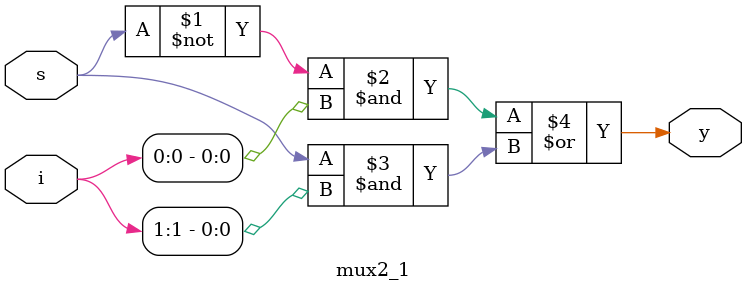
<source format=v>
module mux2_1(i,s,y);
  input [1:0]i;
  input s;
  output y;
  assign y=((~s)&i[0])|(s&i[1]);
endmodule 
           
</source>
